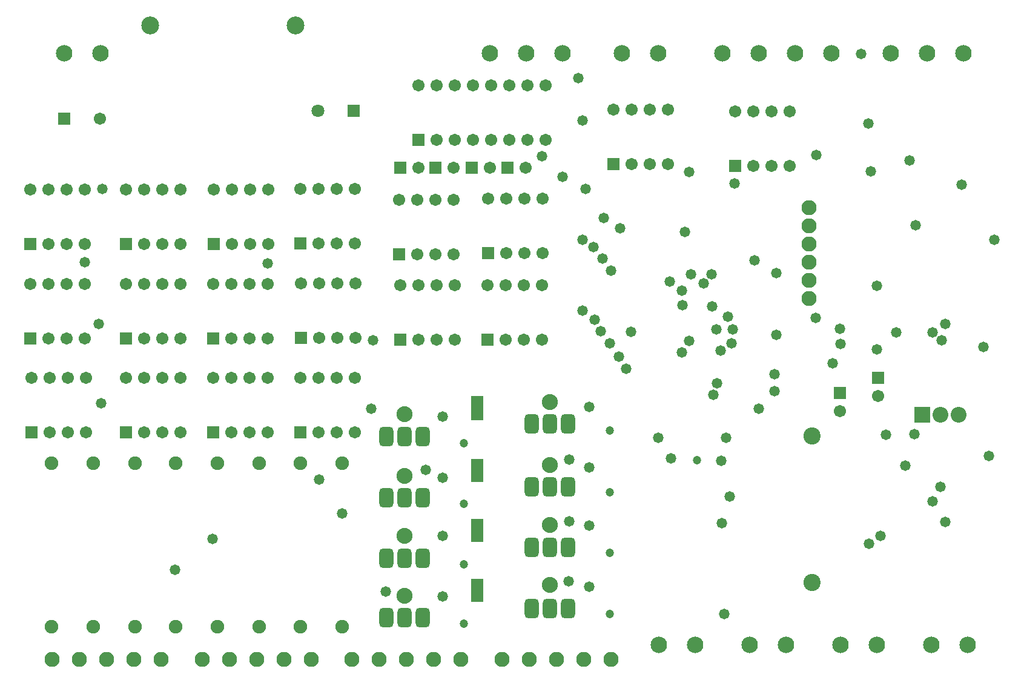
<source format=gbs>
%FSLAX43Y43*%
%MOMM*%
G71*
G01*
G75*
G04 Layer_Color=16711935*
%ADD10R,2.950X1.050*%
%ADD11R,9.000X10.600*%
%ADD12R,3.000X2.800*%
%ADD13R,1.050X1.400*%
%ADD14R,0.950X1.400*%
%ADD15O,0.350X2.100*%
%ADD16R,1.016X1.270*%
%ADD17R,1.270X1.016*%
%ADD18R,1.400X0.950*%
%ADD19R,1.550X0.600*%
%ADD20O,1.800X0.300*%
%ADD21O,0.300X1.800*%
%ADD22R,6.096X1.200*%
%ADD23O,2.200X0.600*%
%ADD24R,0.600X1.550*%
%ADD25R,2.200X1.800*%
%ADD26R,1.300X0.600*%
%ADD27R,4.100X1.520*%
%ADD28R,0.610X2.032*%
%ADD29O,0.610X2.032*%
%ADD30C,0.300*%
%ADD31C,0.250*%
%ADD32C,0.500*%
%ADD33C,0.400*%
%ADD34C,0.254*%
%ADD35C,1.000*%
%ADD36C,2.000*%
%ADD37C,3.000*%
%ADD38C,0.800*%
%ADD39C,0.127*%
%ADD40C,1.900*%
%ADD41C,1.500*%
%ADD42C,1.500*%
%ADD43R,1.500X1.500*%
G04:AMPARAMS|DCode=44|XSize=1.778mm|YSize=2.54mm|CornerRadius=0.445mm|HoleSize=0mm|Usage=FLASHONLY|Rotation=180.000|XOffset=0mm|YOffset=0mm|HoleType=Round|Shape=RoundedRectangle|*
%AMROUNDEDRECTD44*
21,1,1.778,1.651,0,0,180.0*
21,1,0.889,2.540,0,0,180.0*
1,1,0.889,-0.445,0.826*
1,1,0.889,0.445,0.826*
1,1,0.889,0.445,-0.826*
1,1,0.889,-0.445,-0.826*
%
%ADD44ROUNDEDRECTD44*%
%ADD45C,2.300*%
%ADD46C,2.032*%
%ADD47R,1.524X1.524*%
%ADD48C,2.100*%
%ADD49R,1.500X1.500*%
%ADD50R,2.000X2.000*%
%ADD51C,2.000*%
%ADD52R,1.500X1.500*%
%ADD53C,2.200*%
%ADD54C,1.524*%
%ADD55C,1.600*%
%ADD56R,1.600X1.600*%
%ADD57C,1.700*%
%ADD58C,1.270*%
%ADD59C,1.000*%
%ADD60C,1.500*%
%ADD61C,0.200*%
%ADD62C,0.600*%
%ADD63C,0.178*%
%ADD64C,0.203*%
%ADD65C,0.152*%
%ADD66C,0.150*%
%ADD67R,0.965X2.134*%
%ADD68R,3.153X1.253*%
%ADD69R,9.203X10.803*%
%ADD70R,3.203X3.003*%
%ADD71R,1.253X1.603*%
%ADD72R,1.153X1.603*%
%ADD73O,0.553X2.303*%
%ADD74R,1.219X1.473*%
%ADD75R,1.473X1.219*%
%ADD76R,1.603X1.153*%
%ADD77R,1.753X0.803*%
%ADD78O,2.003X0.503*%
%ADD79O,0.503X2.003*%
%ADD80R,6.299X1.403*%
%ADD81O,2.403X0.803*%
%ADD82R,0.803X1.753*%
%ADD83R,2.403X2.003*%
%ADD84R,1.503X0.803*%
%ADD85R,4.303X1.723*%
%ADD86R,0.813X2.235*%
%ADD87O,0.813X2.235*%
%ADD88C,2.103*%
%ADD89C,1.703*%
%ADD90C,1.703*%
%ADD91R,1.703X1.703*%
G04:AMPARAMS|DCode=92|XSize=1.981mm|YSize=2.743mm|CornerRadius=0.546mm|HoleSize=0mm|Usage=FLASHONLY|Rotation=180.000|XOffset=0mm|YOffset=0mm|HoleType=Round|Shape=RoundedRectangle|*
%AMROUNDEDRECTD92*
21,1,1.981,1.651,0,0,180.0*
21,1,0.889,2.743,0,0,180.0*
1,1,1.092,-0.445,0.826*
1,1,1.092,0.445,0.826*
1,1,1.092,0.445,-0.826*
1,1,1.092,-0.445,-0.826*
%
%ADD92ROUNDEDRECTD92*%
%ADD93C,2.503*%
%ADD94C,2.235*%
%ADD95R,1.727X1.727*%
%ADD96C,2.303*%
%ADD97R,1.703X1.703*%
%ADD98R,2.203X2.203*%
%ADD99C,2.203*%
%ADD100R,1.703X1.703*%
%ADD101C,2.403*%
%ADD102C,1.803*%
%ADD103R,1.803X1.803*%
%ADD104C,1.903*%
%ADD105C,1.473*%
%ADD106C,1.203*%
D88*
X23194Y6637D02*
D03*
X19384D02*
D03*
X15574D02*
D03*
X11764D02*
D03*
X7954D02*
D03*
X44149D02*
D03*
X40339D02*
D03*
X36529D02*
D03*
X32719D02*
D03*
X28909D02*
D03*
X65104D02*
D03*
X61294D02*
D03*
X57484D02*
D03*
X53674D02*
D03*
X49864D02*
D03*
X86059D02*
D03*
X82249D02*
D03*
X78439D02*
D03*
X74629D02*
D03*
X70819D02*
D03*
X113745Y69756D02*
D03*
Y67216D02*
D03*
Y64676D02*
D03*
Y62136D02*
D03*
Y59596D02*
D03*
Y57056D02*
D03*
D89*
X50372Y59215D02*
D03*
X50245Y72423D02*
D03*
Y46007D02*
D03*
X38180Y72296D02*
D03*
X118063Y41308D02*
D03*
X123397Y43467D02*
D03*
X69168Y75344D02*
D03*
X64088D02*
D03*
X74121D02*
D03*
X59135D02*
D03*
X94060Y83472D02*
D03*
X91520D02*
D03*
X88980D02*
D03*
X86440D02*
D03*
X94060Y75852D02*
D03*
X91520D02*
D03*
X88980D02*
D03*
X61675Y79281D02*
D03*
X64215D02*
D03*
X66755D02*
D03*
X69295D02*
D03*
X71835D02*
D03*
X74375D02*
D03*
X76915D02*
D03*
X59135Y86901D02*
D03*
X61675D02*
D03*
X64215D02*
D03*
X66755D02*
D03*
X69295D02*
D03*
X71835D02*
D03*
X74375D02*
D03*
X76915D02*
D03*
X111078Y83218D02*
D03*
X108538D02*
D03*
X105998D02*
D03*
X103458D02*
D03*
X111078Y75598D02*
D03*
X108538D02*
D03*
X105998D02*
D03*
X14645Y82202D02*
D03*
X64088Y70899D02*
D03*
X76534Y71026D02*
D03*
X76407Y58961D02*
D03*
X64215D02*
D03*
X12526Y72296D02*
D03*
X25861D02*
D03*
X12526Y59088D02*
D03*
X25861D02*
D03*
X38053D02*
D03*
Y46007D02*
D03*
X12653D02*
D03*
X25861D02*
D03*
D90*
X47832Y59215D02*
D03*
X45292D02*
D03*
X42752D02*
D03*
X50372Y51595D02*
D03*
X47832D02*
D03*
X45292D02*
D03*
X47705Y72423D02*
D03*
X45165D02*
D03*
X42625D02*
D03*
X50245Y64803D02*
D03*
X47705D02*
D03*
X45165D02*
D03*
X47705Y46007D02*
D03*
X45165D02*
D03*
X42625D02*
D03*
X50245Y38387D02*
D03*
X47705D02*
D03*
X45165D02*
D03*
X35640Y72296D02*
D03*
X33100D02*
D03*
X30560D02*
D03*
X38180Y64676D02*
D03*
X35640D02*
D03*
X33100D02*
D03*
X61548Y70899D02*
D03*
X59008D02*
D03*
X56468D02*
D03*
X64088Y63279D02*
D03*
X61548D02*
D03*
X59008D02*
D03*
X73994Y71026D02*
D03*
X71454D02*
D03*
X68914D02*
D03*
X76534Y63406D02*
D03*
X73994D02*
D03*
X71454D02*
D03*
X73867Y58961D02*
D03*
X71327D02*
D03*
X68787D02*
D03*
X76407Y51341D02*
D03*
X73867D02*
D03*
X71327D02*
D03*
X61675Y58961D02*
D03*
X59135D02*
D03*
X56595D02*
D03*
X64215Y51341D02*
D03*
X61675D02*
D03*
X59135D02*
D03*
X9986Y72296D02*
D03*
X7446D02*
D03*
X4906D02*
D03*
X12526Y64676D02*
D03*
X9986D02*
D03*
X7446D02*
D03*
X23321Y72296D02*
D03*
X20781D02*
D03*
X18241D02*
D03*
X25861Y64676D02*
D03*
X23321D02*
D03*
X20781D02*
D03*
X9986Y59088D02*
D03*
X7446D02*
D03*
X4906D02*
D03*
X12526Y51468D02*
D03*
X9986D02*
D03*
X7446D02*
D03*
X23321Y59088D02*
D03*
X20781D02*
D03*
X18241D02*
D03*
X25861Y51468D02*
D03*
X23321D02*
D03*
X20781D02*
D03*
X35513Y59088D02*
D03*
X32973D02*
D03*
X30433D02*
D03*
X38053Y51468D02*
D03*
X35513D02*
D03*
X32973D02*
D03*
X35513Y46007D02*
D03*
X32973D02*
D03*
X30433D02*
D03*
X38053Y38387D02*
D03*
X35513D02*
D03*
X32973D02*
D03*
X10113Y46007D02*
D03*
X7573D02*
D03*
X5033D02*
D03*
X12653Y38387D02*
D03*
X10113D02*
D03*
X7573D02*
D03*
X23321Y46007D02*
D03*
X20781D02*
D03*
X18241D02*
D03*
X25861Y38387D02*
D03*
X23321D02*
D03*
X20781D02*
D03*
D91*
X42752Y51595D02*
D03*
X42625Y64803D02*
D03*
Y38387D02*
D03*
X30560Y64676D02*
D03*
X56468Y63279D02*
D03*
X68914Y63406D02*
D03*
X68787Y51341D02*
D03*
X56595D02*
D03*
X4906Y64676D02*
D03*
X18241D02*
D03*
X4906Y51468D02*
D03*
X18241D02*
D03*
X30433D02*
D03*
Y38387D02*
D03*
X5033D02*
D03*
X18241D02*
D03*
D92*
X59770Y12479D02*
D03*
X54690D02*
D03*
X57230D02*
D03*
X59770Y20734D02*
D03*
X54690D02*
D03*
X57230D02*
D03*
X59770Y29243D02*
D03*
X54690D02*
D03*
X57230D02*
D03*
X59770Y37752D02*
D03*
X54690D02*
D03*
X57230D02*
D03*
X80090Y13749D02*
D03*
X75010D02*
D03*
X77550D02*
D03*
X80090Y22258D02*
D03*
X75010D02*
D03*
X77550D02*
D03*
X80090Y30767D02*
D03*
X75010D02*
D03*
X77550D02*
D03*
X80090Y39530D02*
D03*
X75010D02*
D03*
X77550D02*
D03*
D93*
X41990Y95283D02*
D03*
X21670D02*
D03*
D94*
X57230Y23909D02*
D03*
Y40927D02*
D03*
X77550Y17051D02*
D03*
Y25433D02*
D03*
Y33815D02*
D03*
Y42578D02*
D03*
X57230Y15527D02*
D03*
Y32291D02*
D03*
D95*
X67390Y23909D02*
D03*
Y40927D02*
D03*
Y17051D02*
D03*
Y25433D02*
D03*
Y33815D02*
D03*
Y42578D02*
D03*
Y15527D02*
D03*
Y32291D02*
D03*
D96*
X97870Y8669D02*
D03*
X92790D02*
D03*
X110570D02*
D03*
X105490D02*
D03*
X9605Y91346D02*
D03*
X14685D02*
D03*
X74248D02*
D03*
X79328D02*
D03*
X69168D02*
D03*
X87583D02*
D03*
X92663D02*
D03*
X101680D02*
D03*
X106760D02*
D03*
X116920D02*
D03*
X111840D02*
D03*
X130255D02*
D03*
X135335D02*
D03*
X125175D02*
D03*
X123270Y8669D02*
D03*
X118190D02*
D03*
X135970D02*
D03*
X130890D02*
D03*
D97*
X118063Y43848D02*
D03*
X123397Y46007D02*
D03*
X86440Y75852D02*
D03*
X59135Y79281D02*
D03*
X103458Y75598D02*
D03*
D98*
X129620Y40800D02*
D03*
D99*
X132160D02*
D03*
X134700D02*
D03*
D100*
X66628Y75344D02*
D03*
X61548D02*
D03*
X71581D02*
D03*
X56595D02*
D03*
X9645Y82202D02*
D03*
D101*
X114222Y37885D02*
D03*
Y17385D02*
D03*
D102*
X45078Y83345D02*
D03*
D103*
X50078D02*
D03*
D104*
X7827Y34069D02*
D03*
Y11209D02*
D03*
X13669Y34069D02*
D03*
Y11209D02*
D03*
X19511Y34069D02*
D03*
Y11209D02*
D03*
X25226Y34069D02*
D03*
Y11209D02*
D03*
X31068Y34069D02*
D03*
Y11209D02*
D03*
X36910Y34069D02*
D03*
Y11209D02*
D03*
X42625Y34069D02*
D03*
Y11209D02*
D03*
X48467Y34069D02*
D03*
Y11209D02*
D03*
D105*
X100375Y43625D02*
D03*
X100203Y56007D02*
D03*
X97028Y51181D02*
D03*
X92710Y37592D02*
D03*
X62564Y15400D02*
D03*
Y23909D02*
D03*
Y32037D02*
D03*
Y40546D02*
D03*
X83011Y41943D02*
D03*
Y33434D02*
D03*
Y25306D02*
D03*
Y16797D02*
D03*
X52785Y51214D02*
D03*
X82122Y65311D02*
D03*
X83646Y64295D02*
D03*
X84916Y62644D02*
D03*
X86059Y60993D02*
D03*
X88218Y47277D02*
D03*
X87202Y48928D02*
D03*
X103331Y73185D02*
D03*
X102442Y54516D02*
D03*
X85932Y50833D02*
D03*
X84603Y52484D02*
D03*
X83773Y54135D02*
D03*
X82122Y55405D02*
D03*
X94314Y59469D02*
D03*
X95965Y58199D02*
D03*
X101934Y12987D02*
D03*
X101553Y25687D02*
D03*
X96092Y56167D02*
D03*
X132287Y51214D02*
D03*
X131017Y52357D02*
D03*
X81487Y87917D02*
D03*
X76407Y76995D02*
D03*
X79328Y74074D02*
D03*
X97235Y60485D02*
D03*
X100156D02*
D03*
X99013Y59215D02*
D03*
X94441Y34704D02*
D03*
X102696Y29370D02*
D03*
X45292Y31783D02*
D03*
X102188Y37625D02*
D03*
X52531Y41689D02*
D03*
X108919Y46515D02*
D03*
Y44102D02*
D03*
X85043Y68359D02*
D03*
X132795Y53500D02*
D03*
X114761Y77122D02*
D03*
X122381Y74836D02*
D03*
X131017Y28735D02*
D03*
X124540Y38006D02*
D03*
X127207Y33688D02*
D03*
X128510Y38133D02*
D03*
X132160Y30767D02*
D03*
X132795Y25814D02*
D03*
X138891Y35085D02*
D03*
X106125Y62390D02*
D03*
X123270Y49944D02*
D03*
X138129Y50325D02*
D03*
X117047Y48039D02*
D03*
X118190Y50706D02*
D03*
X139653Y65311D02*
D03*
X127842Y76360D02*
D03*
X123270Y58834D02*
D03*
X106760Y41689D02*
D03*
X122127Y22766D02*
D03*
X123778Y23909D02*
D03*
X100918Y45245D02*
D03*
X109173Y60612D02*
D03*
Y51976D02*
D03*
X118063Y52865D02*
D03*
X125937Y52357D02*
D03*
X82503Y72423D02*
D03*
X82122Y81948D02*
D03*
X38053Y62009D02*
D03*
X14431Y53500D02*
D03*
X12526Y62136D02*
D03*
X14812Y42451D02*
D03*
X100791Y52738D02*
D03*
X101426Y49817D02*
D03*
X102950Y50833D02*
D03*
X103077Y52738D02*
D03*
X14986Y72390D02*
D03*
X114681Y54356D02*
D03*
X88900Y52451D02*
D03*
X30353Y23495D02*
D03*
X25146Y19177D02*
D03*
X97028Y74803D02*
D03*
X122047Y81534D02*
D03*
X121031Y91313D02*
D03*
X128651Y67310D02*
D03*
X135128Y73025D02*
D03*
X54610Y16129D02*
D03*
X80137Y17526D02*
D03*
X80264Y25908D02*
D03*
Y34544D02*
D03*
X48514Y27051D02*
D03*
X60198Y33147D02*
D03*
X87376Y66929D02*
D03*
X96393Y66421D02*
D03*
X96012Y49530D02*
D03*
X101473Y34417D02*
D03*
D106*
X65485Y36863D02*
D03*
Y28354D02*
D03*
Y19909D02*
D03*
Y11590D02*
D03*
X85932Y12924D02*
D03*
Y21496D02*
D03*
Y30005D02*
D03*
X85924Y38641D02*
D03*
X98124Y34450D02*
D03*
M02*

</source>
